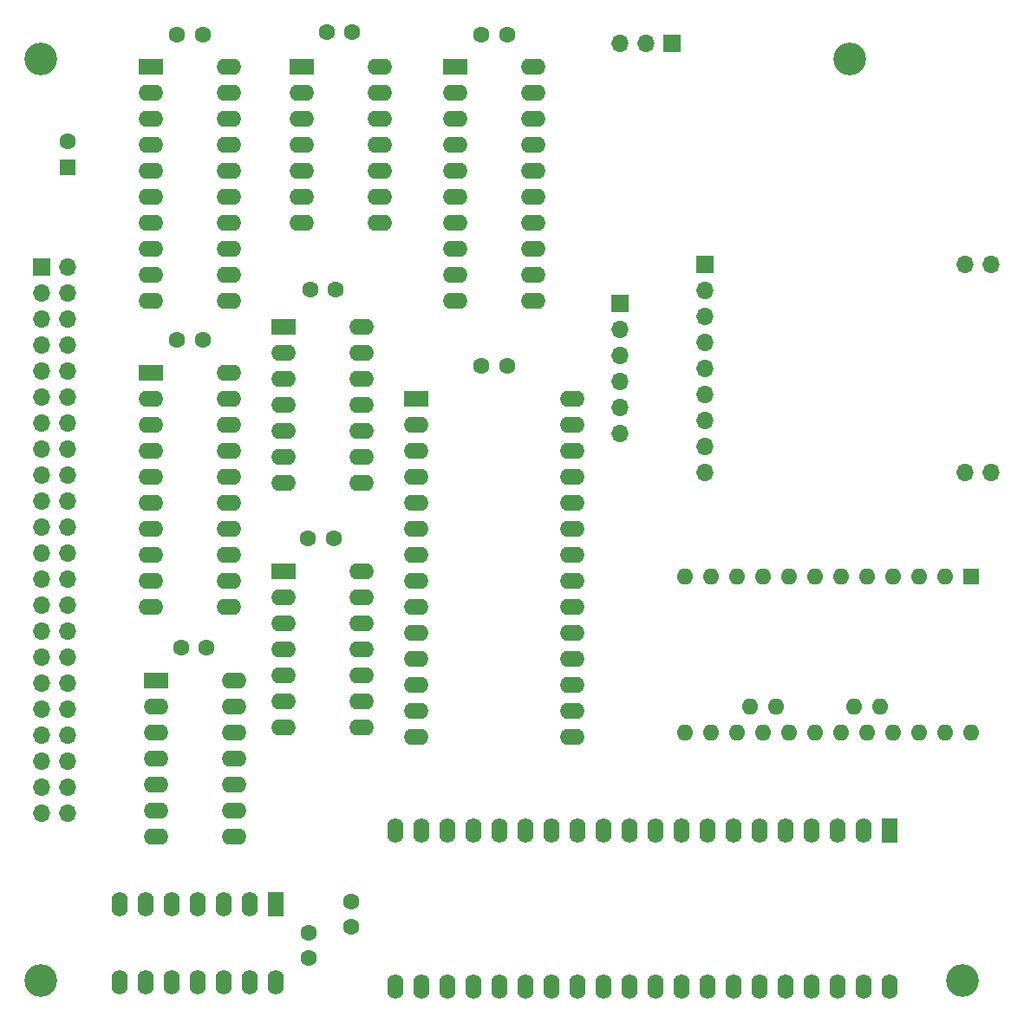
<source format=gts>
G04 #@! TF.GenerationSoftware,KiCad,Pcbnew,(5.1.9)-1*
G04 #@! TF.CreationDate,2022-12-08T13:25:57+09:00*
G04 #@! TF.ProjectId,MZ2000_SD,4d5a3230-3030-45f5-9344-2e6b69636164,rev?*
G04 #@! TF.SameCoordinates,PX53920b0PY93c3260*
G04 #@! TF.FileFunction,Soldermask,Top*
G04 #@! TF.FilePolarity,Negative*
%FSLAX46Y46*%
G04 Gerber Fmt 4.6, Leading zero omitted, Abs format (unit mm)*
G04 Created by KiCad (PCBNEW (5.1.9)-1) date 2022-12-08 13:25:57*
%MOMM*%
%LPD*%
G01*
G04 APERTURE LIST*
%ADD10C,1.600000*%
%ADD11R,1.600000X2.400000*%
%ADD12O,1.600000X2.400000*%
%ADD13C,3.200000*%
%ADD14R,1.700000X1.700000*%
%ADD15O,1.700000X1.700000*%
%ADD16R,1.600000X1.600000*%
%ADD17O,1.600000X1.600000*%
%ADD18R,2.400000X1.600000*%
%ADD19O,2.400000X1.600000*%
G04 APERTURE END LIST*
D10*
X35349000Y10230000D03*
X35349000Y12730000D03*
D11*
X87884000Y19685000D03*
D12*
X39624000Y4445000D03*
X85344000Y19685000D03*
X42164000Y4445000D03*
X82804000Y19685000D03*
X44704000Y4445000D03*
X80264000Y19685000D03*
X47244000Y4445000D03*
X77724000Y19685000D03*
X49784000Y4445000D03*
X75184000Y19685000D03*
X52324000Y4445000D03*
X72644000Y19685000D03*
X54864000Y4445000D03*
X70104000Y19685000D03*
X57404000Y4445000D03*
X67564000Y19685000D03*
X59944000Y4445000D03*
X65024000Y19685000D03*
X62484000Y4445000D03*
X62484000Y19685000D03*
X65024000Y4445000D03*
X59944000Y19685000D03*
X67564000Y4445000D03*
X57404000Y19685000D03*
X70104000Y4445000D03*
X54864000Y19685000D03*
X72644000Y4445000D03*
X52324000Y19685000D03*
X75184000Y4445000D03*
X49784000Y19685000D03*
X77724000Y4445000D03*
X47244000Y19685000D03*
X80264000Y4445000D03*
X44704000Y19685000D03*
X82804000Y4445000D03*
X42164000Y19685000D03*
X85344000Y4445000D03*
X39624000Y19685000D03*
X87884000Y4445000D03*
D13*
X5000000Y95000000D03*
X84000000Y95000000D03*
X95000000Y5000000D03*
X5000000Y5000000D03*
D14*
X69850000Y74930000D03*
D15*
X69850000Y72390000D03*
X69850000Y69850000D03*
X69850000Y67310000D03*
X69850000Y64770000D03*
X69850000Y62230000D03*
X69850000Y59690000D03*
X69850000Y57150000D03*
X69850000Y54610000D03*
X97790000Y54610000D03*
X95250000Y54610000D03*
X97790000Y74930000D03*
X95250000Y74930000D03*
D16*
X95885000Y44450000D03*
D17*
X93345000Y44450000D03*
X90805000Y44450000D03*
X67945000Y29210000D03*
X88265000Y44450000D03*
X70485000Y29210000D03*
X85725000Y44450000D03*
X73025000Y29210000D03*
X83185000Y44450000D03*
X75565000Y29210000D03*
X80645000Y44450000D03*
X78105000Y29210000D03*
X78105000Y44450000D03*
X80645000Y29210000D03*
X75565000Y44450000D03*
X83185000Y29210000D03*
X73025000Y44450000D03*
X85725000Y29210000D03*
X70485000Y44450000D03*
X88265000Y29210000D03*
X67945000Y44450000D03*
X90805000Y29210000D03*
X93345000Y29210000D03*
X95885000Y29210000D03*
X86995000Y31750000D03*
X84455000Y31750000D03*
X76835000Y31750000D03*
X74295000Y31750000D03*
D10*
X18328000Y97409000D03*
X20828000Y97409000D03*
X20828000Y67564000D03*
X18328000Y67564000D03*
X50546000Y65024000D03*
X48046000Y65024000D03*
X50546000Y97409000D03*
X48046000Y97409000D03*
D15*
X7620000Y21330000D03*
X5080000Y21330000D03*
X7620000Y23870000D03*
X5080000Y23870000D03*
X7620000Y26410000D03*
X5080000Y26410000D03*
X7620000Y28950000D03*
X5080000Y28950000D03*
X7620000Y31490000D03*
X5080000Y31490000D03*
X7620000Y34030000D03*
X5080000Y34030000D03*
X7620000Y36570000D03*
X5080000Y36570000D03*
X7620000Y39110000D03*
X5080000Y39110000D03*
X7620000Y41650000D03*
X5080000Y41650000D03*
X7620000Y44190000D03*
X5080000Y44190000D03*
X7620000Y46730000D03*
X5080000Y46730000D03*
X7620000Y49270000D03*
X5080000Y49270000D03*
X7620000Y51810000D03*
X5080000Y51810000D03*
X7620000Y54350000D03*
X5080000Y54350000D03*
X7620000Y56890000D03*
X5080000Y56890000D03*
X7620000Y59430000D03*
X5080000Y59430000D03*
X7620000Y61970000D03*
X5080000Y61970000D03*
X7620000Y64510000D03*
X5080000Y64510000D03*
X7620000Y67050000D03*
X5080000Y67050000D03*
X7620000Y69590000D03*
X5080000Y69590000D03*
X7620000Y72130000D03*
X5080000Y72130000D03*
X7620000Y74670000D03*
D14*
X5080000Y74670000D03*
D18*
X15748000Y94234000D03*
D19*
X23368000Y71374000D03*
X15748000Y91694000D03*
X23368000Y73914000D03*
X15748000Y89154000D03*
X23368000Y76454000D03*
X15748000Y86614000D03*
X23368000Y78994000D03*
X15748000Y84074000D03*
X23368000Y81534000D03*
X15748000Y81534000D03*
X23368000Y84074000D03*
X15748000Y78994000D03*
X23368000Y86614000D03*
X15748000Y76454000D03*
X23368000Y89154000D03*
X15748000Y73914000D03*
X23368000Y91694000D03*
X15748000Y71374000D03*
X23368000Y94234000D03*
X23368000Y64389000D03*
X15748000Y41529000D03*
X23368000Y61849000D03*
X15748000Y44069000D03*
X23368000Y59309000D03*
X15748000Y46609000D03*
X23368000Y56769000D03*
X15748000Y49149000D03*
X23368000Y54229000D03*
X15748000Y51689000D03*
X23368000Y51689000D03*
X15748000Y54229000D03*
X23368000Y49149000D03*
X15748000Y56769000D03*
X23368000Y46609000D03*
X15748000Y59309000D03*
X23368000Y44069000D03*
X15748000Y61849000D03*
X23368000Y41529000D03*
D18*
X15748000Y64389000D03*
X45466000Y94234000D03*
D19*
X53086000Y71374000D03*
X45466000Y91694000D03*
X53086000Y73914000D03*
X45466000Y89154000D03*
X53086000Y76454000D03*
X45466000Y86614000D03*
X53086000Y78994000D03*
X45466000Y84074000D03*
X53086000Y81534000D03*
X45466000Y81534000D03*
X53086000Y84074000D03*
X45466000Y78994000D03*
X53086000Y86614000D03*
X45466000Y76454000D03*
X53086000Y89154000D03*
X45466000Y73914000D03*
X53086000Y91694000D03*
X45466000Y71374000D03*
X53086000Y94234000D03*
D14*
X66675000Y96520000D03*
D15*
X64135000Y96520000D03*
X61595000Y96520000D03*
D14*
X61595000Y71120000D03*
D15*
X61595000Y68580000D03*
X61595000Y66040000D03*
X61595000Y63500000D03*
X61595000Y60960000D03*
X61595000Y58420000D03*
D18*
X28702000Y44958000D03*
D19*
X36322000Y29718000D03*
X28702000Y42418000D03*
X36322000Y32258000D03*
X28702000Y39878000D03*
X36322000Y34798000D03*
X28702000Y37338000D03*
X36322000Y37338000D03*
X28702000Y34798000D03*
X36322000Y39878000D03*
X28702000Y32258000D03*
X36322000Y42418000D03*
X28702000Y29718000D03*
X36322000Y44958000D03*
D18*
X41656000Y61849000D03*
D19*
X56896000Y28829000D03*
X41656000Y59309000D03*
X56896000Y31369000D03*
X41656000Y56769000D03*
X56896000Y33909000D03*
X41656000Y54229000D03*
X56896000Y36449000D03*
X41656000Y51689000D03*
X56896000Y38989000D03*
X41656000Y49149000D03*
X56896000Y41529000D03*
X41656000Y46609000D03*
X56896000Y44069000D03*
X41656000Y44069000D03*
X56896000Y46609000D03*
X41656000Y41529000D03*
X56896000Y49149000D03*
X41656000Y38989000D03*
X56896000Y51689000D03*
X41656000Y36449000D03*
X56896000Y54229000D03*
X41656000Y33909000D03*
X56896000Y56769000D03*
X41656000Y31369000D03*
X56896000Y59309000D03*
X41656000Y28829000D03*
X56896000Y61849000D03*
X23876000Y34290000D03*
X16256000Y19050000D03*
X23876000Y31750000D03*
X16256000Y21590000D03*
X23876000Y29210000D03*
X16256000Y24130000D03*
X23876000Y26670000D03*
X16256000Y26670000D03*
X23876000Y24130000D03*
X16256000Y29210000D03*
X23876000Y21590000D03*
X16256000Y31750000D03*
X23876000Y19050000D03*
D18*
X16256000Y34290000D03*
X28702000Y68834000D03*
D19*
X36322000Y53594000D03*
X28702000Y66294000D03*
X36322000Y56134000D03*
X28702000Y63754000D03*
X36322000Y58674000D03*
X28702000Y61214000D03*
X36322000Y61214000D03*
X28702000Y58674000D03*
X36322000Y63754000D03*
X28702000Y56134000D03*
X36322000Y66294000D03*
X28702000Y53594000D03*
X36322000Y68834000D03*
D18*
X30480000Y94234000D03*
D19*
X38100000Y78994000D03*
X30480000Y91694000D03*
X38100000Y81534000D03*
X30480000Y89154000D03*
X38100000Y84074000D03*
X30480000Y86614000D03*
X38100000Y86614000D03*
X30480000Y84074000D03*
X38100000Y89154000D03*
X30480000Y81534000D03*
X38100000Y91694000D03*
X30480000Y78994000D03*
X38100000Y94234000D03*
D12*
X27940000Y4826000D03*
X12700000Y12446000D03*
X25400000Y4826000D03*
X15240000Y12446000D03*
X22860000Y4826000D03*
X17780000Y12446000D03*
X20320000Y4826000D03*
X20320000Y12446000D03*
X17780000Y4826000D03*
X22860000Y12446000D03*
X15240000Y4826000D03*
X25400000Y12446000D03*
X12700000Y4826000D03*
D11*
X27940000Y12446000D03*
D10*
X33600000Y48200000D03*
X31100000Y48200000D03*
X18700000Y37500000D03*
X21200000Y37500000D03*
X31200000Y7200000D03*
X31200000Y9700000D03*
X31300000Y72500000D03*
X33800000Y72500000D03*
X35400000Y97600000D03*
X32900000Y97600000D03*
D16*
X7620000Y84455000D03*
D10*
X7620000Y86955000D03*
M02*

</source>
